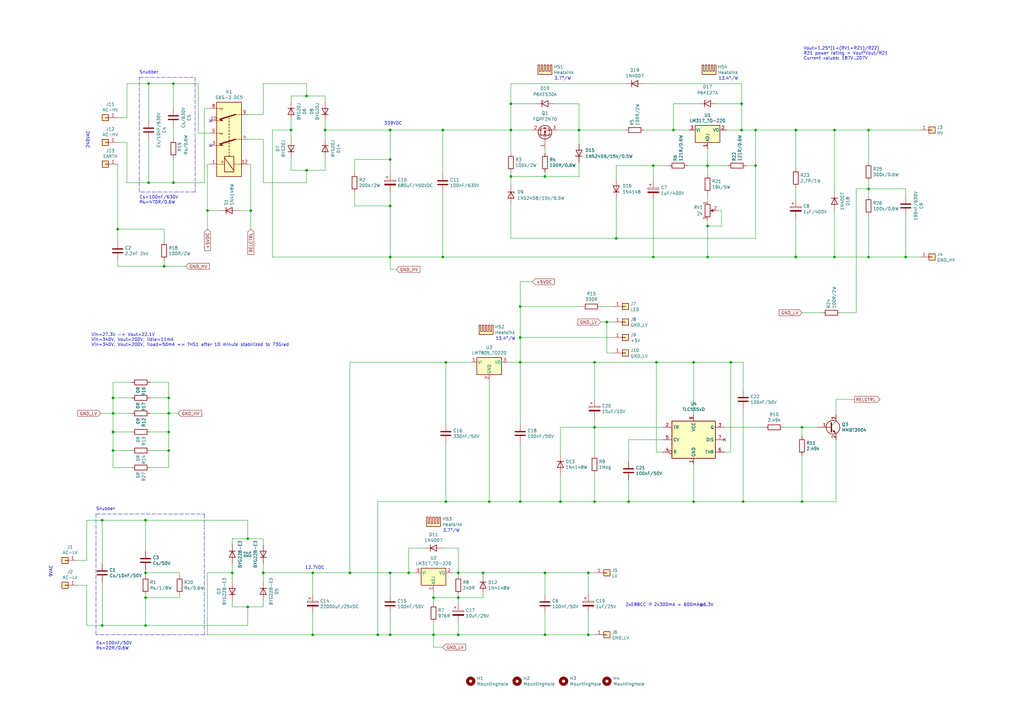
<source format=kicad_sch>
(kicad_sch (version 20211123) (generator eeschema)
  (paper "A3")
  (title_block (title "HV Power Supply LM317 Maida") (date "2022-10-05") (rev "3"))
  (junction (at 213.36 138.43))
  (junction (at 290.195 67.945))
  (junction (at 269.24 148.59))
  (junction (at 198.12 234.95))
  (junction (at 213.36 148.59))
  (junction (at 299.72 148.59))
  (junction (at 182.88 205.74))
  (junction (at 154.94 260.35))
  (junction (at 48.26 93.98))
  (junction (at 59.69 256.54))
  (junction (at 229.87 205.74))
  (junction (at 304.165 53.34))
  (junction (at 276.225 53.34))
  (junction (at 243.84 205.74))
  (junction (at 59.69 245.11))
  (junction (at 101.6 248.92))
  (junction (at 177.8 260.35))
  (junction (at 46.355 184.785))
  (junction (at 290.195 92.71))
  (junction (at 181.61 105.41))
  (junction (at 342.265 53.34))
  (junction (at 326.39 105.41))
  (junction (at 309.88 67.945))
  (junction (at 69.215 163.195))
  (junction (at 128.27 234.95))
  (junction (at 160.02 260.35))
  (junction (at 257.81 205.74))
  (junction (at 160.02 105.41))
  (junction (at 46.355 169.545))
  (junction (at 167.64 234.95))
  (junction (at 102.87 86.36))
  (junction (at 59.69 213.36))
  (junction (at 160.02 65.405))
  (junction (at 223.52 72.39))
  (junction (at 187.96 260.35))
  (junction (at 252.73 97.79))
  (junction (at 69.215 184.785))
  (junction (at 223.52 234.95))
  (junction (at 125.73 39.37))
  (junction (at 187.96 234.95))
  (junction (at 125.73 69.85))
  (junction (at 160.02 84.455))
  (junction (at 243.84 175.26))
  (junction (at 304.8 205.74))
  (junction (at 248.92 132.08))
  (junction (at 187.96 245.11))
  (junction (at 41.91 256.54))
  (junction (at 71.12 34.29))
  (junction (at 241.3 234.95))
  (junction (at 160.02 234.95))
  (junction (at 371.475 105.41))
  (junction (at 69.215 177.165))
  (junction (at 128.27 260.35))
  (junction (at 243.84 148.59))
  (junction (at 213.36 205.74))
  (junction (at 241.3 260.35))
  (junction (at 284.48 205.74))
  (junction (at 160.02 53.34))
  (junction (at 342.265 105.41))
  (junction (at 213.36 125.73))
  (junction (at 181.61 53.34))
  (junction (at 209.55 72.39))
  (junction (at 328.93 205.74))
  (junction (at 143.51 234.95))
  (junction (at 101.6 220.98))
  (junction (at 356.235 105.41))
  (junction (at 223.52 260.35))
  (junction (at 46.355 163.195))
  (junction (at 46.355 177.165))
  (junction (at 182.88 148.59))
  (junction (at 107.95 234.95))
  (junction (at 326.39 53.34))
  (junction (at 328.93 175.26))
  (junction (at 267.97 67.945))
  (junction (at 69.215 169.545))
  (junction (at 309.88 53.34))
  (junction (at 267.97 105.41))
  (junction (at 133.35 53.34))
  (junction (at 177.8 245.11))
  (junction (at 200.66 205.74))
  (junction (at 237.49 53.34))
  (junction (at 119.38 53.34))
  (junction (at 41.91 213.36))
  (junction (at 60.96 74.93))
  (junction (at 284.48 148.59))
  (junction (at 209.55 42.545))
  (junction (at 209.55 53.34))
  (junction (at 304.165 42.545))
  (junction (at 59.69 234.95))
  (junction (at 60.96 34.29))
  (junction (at 95.25 234.95))
  (junction (at 356.235 77.47))
  (junction (at 85.09 86.36))
  (junction (at 71.12 74.93))
  (junction (at 67.31 109.22))
  (junction (at 356.235 53.34))
  (junction (at 290.195 105.41))
  (no_connect (at 297.18 180.34))
  (no_connect (at 86.36 49.53))
  (no_connect (at 86.36 59.69))
  (wire (pts (xy 356.235 74.295) (xy 356.235 77.47)))
  (wire (pts (xy 101.6 256.54) (xy 101.6 248.92)))
  (wire (pts (xy 95.25 220.98) (xy 101.6 220.98)))
  (wire (pts (xy 309.88 67.945) (xy 306.07 67.945)))
  (wire (pts (xy 351.155 77.47) (xy 356.235 77.47)))
  (wire (pts (xy 237.49 59.055) (xy 237.49 53.34)))
  (wire (pts (xy 371.475 105.41) (xy 377.19 105.41)))
  (polyline (pts (xy 39.37 260.35) (xy 39.37 210.82)))
  (wire (pts (xy 276.225 42.545) (xy 276.225 53.34)))
  (wire (pts (xy 290.195 67.945) (xy 298.45 67.945)))
  (wire (pts (xy 60.96 57.15) (xy 60.96 74.93)))
  (wire (pts (xy 252.73 67.945) (xy 267.97 67.945)))
  (wire (pts (xy 71.12 74.93) (xy 60.96 74.93)))
  (wire (pts (xy 342.9 180.34) (xy 342.9 205.74)))
  (wire (pts (xy 107.95 46.99) (xy 107.95 34.29)))
  (wire (pts (xy 297.18 185.42) (xy 299.72 185.42)))
  (wire (pts (xy 187.96 224.79) (xy 181.61 224.79)))
  (wire (pts (xy 177.8 260.35) (xy 177.8 255.27)))
  (wire (pts (xy 128.27 260.35) (xy 128.27 251.46)))
  (wire (pts (xy 213.36 115.57) (xy 213.36 125.73)))
  (wire (pts (xy 76.2 109.22) (xy 67.31 109.22)))
  (wire (pts (xy 328.93 205.74) (xy 304.8 205.74)))
  (wire (pts (xy 61.595 169.545) (xy 69.215 169.545)))
  (wire (pts (xy 243.84 205.74) (xy 243.84 194.31)))
  (wire (pts (xy 48.26 58.42) (xy 52.07 58.42)))
  (wire (pts (xy 95.25 231.14) (xy 95.25 234.95)))
  (wire (pts (xy 35.56 256.54) (xy 41.91 256.54)))
  (wire (pts (xy 31.75 240.03) (xy 35.56 240.03)))
  (wire (pts (xy 223.52 234.95) (xy 241.3 234.95)))
  (wire (pts (xy 297.815 53.34) (xy 304.165 53.34)))
  (wire (pts (xy 154.94 260.35) (xy 154.94 205.74)))
  (wire (pts (xy 41.275 169.545) (xy 46.355 169.545)))
  (wire (pts (xy 241.3 251.46) (xy 241.3 260.35)))
  (wire (pts (xy 304.165 42.545) (xy 304.165 53.34)))
  (polyline (pts (xy 57.15 78.74) (xy 57.15 31.75)))
  (wire (pts (xy 309.88 53.34) (xy 309.88 67.945)))
  (wire (pts (xy 229.87 205.74) (xy 213.36 205.74)))
  (wire (pts (xy 294.005 42.545) (xy 304.165 42.545)))
  (wire (pts (xy 177.8 245.11) (xy 187.96 245.11)))
  (wire (pts (xy 59.69 233.68) (xy 59.69 234.95)))
  (wire (pts (xy 237.49 53.34) (xy 228.6 53.34)))
  (wire (pts (xy 69.215 169.545) (xy 69.215 177.165)))
  (wire (pts (xy 85.09 260.35) (xy 85.09 234.95)))
  (wire (pts (xy 128.27 243.84) (xy 128.27 234.95)))
  (wire (pts (xy 160.02 260.35) (xy 177.8 260.35)))
  (wire (pts (xy 252.73 81.28) (xy 252.73 97.79)))
  (wire (pts (xy 71.12 64.77) (xy 71.12 74.93)))
  (wire (pts (xy 67.31 109.22) (xy 48.26 109.22)))
  (wire (pts (xy 160.02 105.41) (xy 181.61 105.41)))
  (wire (pts (xy 73.66 234.95) (xy 73.66 236.22)))
  (wire (pts (xy 71.12 34.29) (xy 81.28 34.29)))
  (wire (pts (xy 133.35 69.85) (xy 133.35 64.77)))
  (wire (pts (xy 237.49 72.39) (xy 223.52 72.39)))
  (wire (pts (xy 342.9 163.83) (xy 342.9 170.18)))
  (wire (pts (xy 35.56 213.36) (xy 41.91 213.36)))
  (wire (pts (xy 342.265 53.34) (xy 356.235 53.34)))
  (wire (pts (xy 160.02 110.49) (xy 160.02 105.41)))
  (wire (pts (xy 237.49 53.34) (xy 256.54 53.34)))
  (wire (pts (xy 71.12 52.07) (xy 71.12 57.15)))
  (wire (pts (xy 143.51 234.95) (xy 160.02 234.95)))
  (wire (pts (xy 304.8 167.64) (xy 304.8 205.74)))
  (wire (pts (xy 243.84 260.35) (xy 241.3 260.35)))
  (wire (pts (xy 209.55 34.29) (xy 209.55 42.545)))
  (wire (pts (xy 290.195 79.375) (xy 290.195 82.55)))
  (wire (pts (xy 81.28 34.29) (xy 81.28 54.61)))
  (wire (pts (xy 213.36 125.73) (xy 213.36 138.43)))
  (wire (pts (xy 53.975 156.845) (xy 46.355 156.845)))
  (wire (pts (xy 243.84 175.26) (xy 229.87 175.26)))
  (wire (pts (xy 309.88 53.34) (xy 326.39 53.34)))
  (wire (pts (xy 251.46 138.43) (xy 213.36 138.43)))
  (wire (pts (xy 181.61 265.43) (xy 177.8 265.43)))
  (wire (pts (xy 177.8 260.35) (xy 187.96 260.35)))
  (wire (pts (xy 218.44 115.57) (xy 213.36 115.57)))
  (wire (pts (xy 187.96 243.84) (xy 187.96 245.11)))
  (wire (pts (xy 101.6 220.98) (xy 107.95 220.98)))
  (wire (pts (xy 304.8 205.74) (xy 284.48 205.74)))
  (wire (pts (xy 223.52 243.84) (xy 223.52 234.95)))
  (wire (pts (xy 69.215 169.545) (xy 73.025 169.545)))
  (wire (pts (xy 119.38 69.85) (xy 125.73 69.85)))
  (wire (pts (xy 187.96 234.95) (xy 187.96 224.79)))
  (wire (pts (xy 213.36 138.43) (xy 213.36 148.59)))
  (wire (pts (xy 181.61 78.74) (xy 181.61 105.41)))
  (wire (pts (xy 46.355 156.845) (xy 46.355 163.195)))
  (wire (pts (xy 243.84 175.26) (xy 243.84 171.45)))
  (wire (pts (xy 243.84 175.26) (xy 243.84 186.69)))
  (wire (pts (xy 187.96 234.95) (xy 198.12 234.95)))
  (wire (pts (xy 128.27 260.35) (xy 154.94 260.35)))
  (wire (pts (xy 145.415 84.455) (xy 145.415 78.74)))
  (wire (pts (xy 53.975 191.77) (xy 46.355 191.77)))
  (wire (pts (xy 61.595 191.77) (xy 69.215 191.77)))
  (wire (pts (xy 111.76 53.34) (xy 111.76 105.41)))
  (wire (pts (xy 128.27 260.35) (xy 85.09 260.35)))
  (wire (pts (xy 248.92 132.08) (xy 251.46 132.08)))
  (wire (pts (xy 246.38 132.08) (xy 248.92 132.08)))
  (polyline (pts (xy 57.15 31.75) (xy 80.01 31.75)))
  (wire (pts (xy 237.49 53.34) (xy 237.49 42.545)))
  (wire (pts (xy 223.52 251.46) (xy 223.52 260.35)))
  (wire (pts (xy 52.07 58.42) (xy 52.07 74.93)))
  (wire (pts (xy 326.39 105.41) (xy 342.265 105.41)))
  (wire (pts (xy 31.75 229.87) (xy 35.56 229.87)))
  (wire (pts (xy 182.88 148.59) (xy 182.88 173.99)))
  (wire (pts (xy 309.88 67.945) (xy 309.88 97.79)))
  (wire (pts (xy 107.95 220.98) (xy 107.95 223.52)))
  (wire (pts (xy 182.88 181.61) (xy 182.88 205.74)))
  (wire (pts (xy 181.61 53.34) (xy 209.55 53.34)))
  (wire (pts (xy 182.88 148.59) (xy 143.51 148.59)))
  (wire (pts (xy 187.96 260.35) (xy 223.52 260.35)))
  (wire (pts (xy 162.56 110.49) (xy 160.02 110.49)))
  (wire (pts (xy 133.35 53.34) (xy 133.35 57.15)))
  (wire (pts (xy 119.38 53.34) (xy 119.38 49.53)))
  (wire (pts (xy 284.48 205.74) (xy 257.81 205.74)))
  (wire (pts (xy 284.48 148.59) (xy 269.24 148.59)))
  (wire (pts (xy 351.155 128.27) (xy 351.155 77.47)))
  (wire (pts (xy 326.39 53.34) (xy 342.265 53.34)))
  (wire (pts (xy 200.66 156.21) (xy 200.66 205.74)))
  (wire (pts (xy 48.26 93.98) (xy 48.26 99.06)))
  (wire (pts (xy 125.73 39.37) (xy 133.35 39.37)))
  (wire (pts (xy 290.195 67.945) (xy 290.195 71.755)))
  (wire (pts (xy 48.26 67.31) (xy 48.26 93.98)))
  (wire (pts (xy 209.55 53.34) (xy 209.55 62.865)))
  (wire (pts (xy 342.265 86.36) (xy 342.265 105.41)))
  (wire (pts (xy 243.84 205.74) (xy 229.87 205.74)))
  (wire (pts (xy 177.8 245.11) (xy 177.8 242.57)))
  (wire (pts (xy 69.215 184.785) (xy 61.595 184.785)))
  (wire (pts (xy 46.355 169.545) (xy 46.355 177.165)))
  (wire (pts (xy 107.95 34.29) (xy 125.73 34.29)))
  (wire (pts (xy 281.94 67.945) (xy 290.195 67.945)))
  (wire (pts (xy 309.88 97.79) (xy 252.73 97.79)))
  (wire (pts (xy 160.02 53.34) (xy 181.61 53.34)))
  (wire (pts (xy 299.72 148.59) (xy 284.48 148.59)))
  (wire (pts (xy 53.975 169.545) (xy 46.355 169.545)))
  (wire (pts (xy 304.8 160.02) (xy 304.8 148.59)))
  (wire (pts (xy 344.805 128.27) (xy 351.155 128.27)))
  (wire (pts (xy 60.96 34.29) (xy 60.96 49.53)))
  (wire (pts (xy 160.02 71.12) (xy 160.02 65.405)))
  (wire (pts (xy 328.93 175.26) (xy 321.31 175.26)))
  (wire (pts (xy 145.415 65.405) (xy 160.02 65.405)))
  (wire (pts (xy 295.91 86.36) (xy 295.91 92.71)))
  (wire (pts (xy 59.69 243.84) (xy 59.69 245.11)))
  (wire (pts (xy 41.91 256.54) (xy 41.91 238.76)))
  (wire (pts (xy 290.195 90.17) (xy 290.195 92.71)))
  (wire (pts (xy 213.36 173.99) (xy 213.36 148.59)))
  (wire (pts (xy 264.16 53.34) (xy 276.225 53.34)))
  (wire (pts (xy 119.38 41.91) (xy 119.38 39.37)))
  (wire (pts (xy 81.28 54.61) (xy 86.36 54.61)))
  (wire (pts (xy 342.265 53.34) (xy 342.265 78.74)))
  (wire (pts (xy 209.55 72.39) (xy 223.52 72.39)))
  (wire (pts (xy 181.61 71.12) (xy 181.61 53.34)))
  (wire (pts (xy 69.215 156.845) (xy 69.215 163.195)))
  (wire (pts (xy 107.95 234.95) (xy 128.27 234.95)))
  (wire (pts (xy 101.6 213.36) (xy 101.6 220.98)))
  (polyline (pts (xy 80.01 78.74) (xy 57.15 78.74)))
  (wire (pts (xy 59.69 213.36) (xy 41.91 213.36)))
  (wire (pts (xy 61.595 156.845) (xy 69.215 156.845)))
  (wire (pts (xy 85.09 67.31) (xy 86.36 67.31)))
  (wire (pts (xy 119.38 57.15) (xy 119.38 53.34)))
  (wire (pts (xy 356.235 53.34) (xy 356.235 66.675)))
  (wire (pts (xy 167.64 224.79) (xy 167.64 234.95)))
  (wire (pts (xy 107.95 234.95) (xy 107.95 238.76)))
  (wire (pts (xy 356.235 105.41) (xy 371.475 105.41)))
  (wire (pts (xy 177.8 265.43) (xy 177.8 260.35)))
  (wire (pts (xy 342.265 105.41) (xy 356.235 105.41)))
  (wire (pts (xy 46.355 184.785) (xy 53.975 184.785)))
  (wire (pts (xy 167.64 234.95) (xy 170.18 234.95)))
  (wire (pts (xy 328.93 128.27) (xy 337.185 128.27)))
  (wire (pts (xy 143.51 148.59) (xy 143.51 234.95)))
  (wire (pts (xy 102.87 67.31) (xy 102.87 86.36)))
  (wire (pts (xy 290.195 67.945) (xy 290.195 60.96)))
  (wire (pts (xy 295.91 92.71) (xy 290.195 92.71)))
  (wire (pts (xy 209.55 53.34) (xy 218.44 53.34)))
  (wire (pts (xy 243.84 148.59) (xy 269.24 148.59)))
  (wire (pts (xy 67.31 99.06) (xy 67.31 93.98)))
  (wire (pts (xy 356.235 77.47) (xy 371.475 77.47)))
  (wire (pts (xy 125.73 74.93) (xy 107.95 74.93)))
  (wire (pts (xy 290.195 105.41) (xy 326.39 105.41)))
  (wire (pts (xy 182.88 205.74) (xy 200.66 205.74)))
  (wire (pts (xy 85.09 86.36) (xy 85.09 67.31)))
  (wire (pts (xy 284.48 170.18) (xy 284.48 148.59)))
  (wire (pts (xy 101.6 67.31) (xy 102.87 67.31)))
  (wire (pts (xy 181.61 105.41) (xy 267.97 105.41)))
  (wire (pts (xy 160.02 78.74) (xy 160.02 84.455)))
  (wire (pts (xy 107.95 57.15) (xy 101.6 57.15)))
  (wire (pts (xy 299.72 185.42) (xy 299.72 148.59)))
  (wire (pts (xy 251.46 144.78) (xy 248.92 144.78)))
  (wire (pts (xy 69.215 177.165) (xy 69.215 184.785)))
  (wire (pts (xy 59.69 256.54) (xy 41.91 256.54)))
  (wire (pts (xy 185.42 234.95) (xy 187.96 234.95)))
  (wire (pts (xy 187.96 236.22) (xy 187.96 234.95)))
  (wire (pts (xy 209.55 42.545) (xy 209.55 53.34)))
  (wire (pts (xy 264.16 34.29) (xy 304.165 34.29)))
  (wire (pts (xy 48.26 48.26) (xy 52.07 48.26)))
  (wire (pts (xy 101.6 46.99) (xy 107.95 46.99)))
  (wire (pts (xy 85.09 234.95) (xy 95.25 234.95)))
  (wire (pts (xy 83.82 44.45) (xy 86.36 44.45)))
  (wire (pts (xy 267.97 105.41) (xy 290.195 105.41)))
  (wire (pts (xy 326.39 69.215) (xy 326.39 53.34)))
  (wire (pts (xy 223.52 260.35) (xy 241.3 260.35)))
  (wire (pts (xy 46.355 177.165) (xy 46.355 184.785)))
  (wire (pts (xy 246.38 125.73) (xy 251.46 125.73)))
  (wire (pts (xy 125.73 69.85) (xy 125.73 74.93)))
  (wire (pts (xy 209.55 70.485) (xy 209.55 72.39)))
  (wire (pts (xy 198.12 234.95) (xy 198.12 236.22)))
  (wire (pts (xy 67.31 93.98) (xy 48.26 93.98)))
  (wire (pts (xy 326.39 89.535) (xy 326.39 105.41)))
  (wire (pts (xy 198.12 243.84) (xy 198.12 245.11)))
  (wire (pts (xy 267.97 67.945) (xy 267.97 74.295)))
  (wire (pts (xy 256.54 34.29) (xy 209.55 34.29)))
  (wire (pts (xy 59.69 226.06) (xy 59.69 213.36)))
  (wire (pts (xy 95.25 234.95) (xy 95.25 238.76)))
  (wire (pts (xy 342.9 205.74) (xy 328.93 205.74)))
  (wire (pts (xy 290.195 92.71) (xy 290.195 105.41)))
  (wire (pts (xy 119.38 39.37) (xy 125.73 39.37)))
  (wire (pts (xy 133.35 53.34) (xy 160.02 53.34)))
  (wire (pts (xy 35.56 229.87) (xy 35.56 213.36)))
  (wire (pts (xy 71.12 34.29) (xy 71.12 44.45)))
  (wire (pts (xy 177.8 247.65) (xy 177.8 245.11)))
  (wire (pts (xy 356.235 53.34) (xy 377.19 53.34)))
  (wire (pts (xy 267.97 67.945) (xy 274.32 67.945)))
  (wire (pts (xy 328.93 186.69) (xy 328.93 205.74)))
  (wire (pts (xy 46.355 191.77) (xy 46.355 184.785)))
  (wire (pts (xy 52.07 34.29) (xy 60.96 34.29)))
  (wire (pts (xy 271.78 175.26) (xy 243.84 175.26)))
  (wire (pts (xy 227.33 42.545) (xy 237.49 42.545)))
  (wire (pts (xy 102.87 86.36) (xy 97.79 86.36)))
  (wire (pts (xy 160.02 260.35) (xy 160.02 251.46)))
  (wire (pts (xy 200.66 205.74) (xy 213.36 205.74)))
  (wire (pts (xy 304.8 148.59) (xy 299.72 148.59)))
  (wire (pts (xy 107.95 231.14) (xy 107.95 234.95)))
  (wire (pts (xy 252.73 67.945) (xy 252.73 73.66)))
  (wire (pts (xy 95.25 248.92) (xy 95.25 246.38)))
  (wire (pts (xy 198.12 245.11) (xy 187.96 245.11)))
  (wire (pts (xy 48.26 109.22) (xy 48.26 106.68)))
  (wire (pts (xy 160.02 105.41) (xy 111.76 105.41)))
  (wire (pts (xy 73.66 245.11) (xy 59.69 245.11)))
  (wire (pts (xy 59.69 245.11) (xy 59.69 256.54)))
  (wire (pts (xy 107.95 74.93) (xy 107.95 57.15)))
  (wire (pts (xy 35.56 240.03) (xy 35.56 256.54)))
  (wire (pts (xy 229.87 175.26) (xy 229.87 186.69)))
  (wire (pts (xy 335.28 175.26) (xy 328.93 175.26)))
  (wire (pts (xy 69.215 169.545) (xy 69.215 163.195)))
  (wire (pts (xy 269.24 185.42) (xy 269.24 148.59)))
  (wire (pts (xy 59.69 256.54) (xy 101.6 256.54)))
  (polyline (pts (xy 83.82 260.35) (xy 39.37 260.35)))
  (wire (pts (xy 257.81 205.74) (xy 243.84 205.74)))
  (polyline (pts (xy 83.82 210.82) (xy 83.82 260.35)))
  (wire (pts (xy 101.6 213.36) (xy 59.69 213.36)))
  (wire (pts (xy 229.87 205.74) (xy 229.87 194.31)))
  (wire (pts (xy 223.52 70.485) (xy 223.52 72.39)))
  (wire (pts (xy 198.12 234.95) (xy 223.52 234.95)))
  (wire (pts (xy 133.35 39.37) (xy 133.35 41.91)))
  (wire (pts (xy 52.07 74.93) (xy 60.96 74.93)))
  (wire (pts (xy 145.415 84.455) (xy 160.02 84.455)))
  (wire (pts (xy 102.87 93.98) (xy 102.87 86.36)))
  (wire (pts (xy 356.235 77.47) (xy 356.235 80.645)))
  (wire (pts (xy 71.12 74.93) (xy 83.82 74.93)))
  (wire (pts (xy 209.55 42.545) (xy 219.71 42.545)))
  (wire (pts (xy 154.94 205.74) (xy 182.88 205.74)))
  (wire (pts (xy 271.78 180.34) (xy 257.81 180.34)))
  (wire (pts (xy 95.25 220.98) (xy 95.25 223.52)))
  (wire (pts (xy 41.91 213.36) (xy 41.91 231.14)))
  (polyline (pts (xy 80.01 31.75) (xy 80.01 78.74)))
  (wire (pts (xy 241.3 234.95) (xy 243.84 234.95)))
  (wire (pts (xy 46.355 163.195) (xy 46.355 169.545)))
  (wire (pts (xy 237.49 66.675) (xy 237.49 72.39)))
  (wire (pts (xy 213.36 148.59) (xy 243.84 148.59)))
  (wire (pts (xy 125.73 39.37) (xy 125.73 34.29)))
  (wire (pts (xy 304.165 53.34) (xy 309.88 53.34)))
  (wire (pts (xy 119.38 64.77) (xy 119.38 69.85)))
  (wire (pts (xy 128.27 234.95) (xy 143.51 234.95)))
  (polyline (pts (xy 39.37 210.82) (xy 83.82 210.82)))
  (wire (pts (xy 59.69 236.22) (xy 59.69 234.95)))
  (wire (pts (xy 187.96 260.35) (xy 187.96 255.27)))
  (wire (pts (xy 73.66 243.84) (xy 73.66 245.11)))
  (wire (pts (xy 213.36 125.73) (xy 238.76 125.73)))
  (wire (pts (xy 243.84 163.83) (xy 243.84 148.59)))
  (wire (pts (xy 241.3 243.84) (xy 241.3 234.95)))
  (wire (pts (xy 69.215 163.195) (xy 61.595 163.195)))
  (wire (pts (xy 248.92 144.78) (xy 248.92 132.08)))
  (wire (pts (xy 101.6 248.92) (xy 107.95 248.92)))
  (wire (pts (xy 160.02 243.84) (xy 160.02 234.95)))
  (wire (pts (xy 209.55 72.39) (xy 209.55 76.2)))
  (wire (pts (xy 187.96 245.11) (xy 187.96 247.65)))
  (wire (pts (xy 252.73 97.79) (xy 209.55 97.79)))
  (wire (pts (xy 356.235 88.265) (xy 356.235 105.41)))
  (wire (pts (xy 133.35 49.53) (xy 133.35 53.34)))
  (wire (pts (xy 267.97 81.915) (xy 267.97 105.41)))
  (wire (pts (xy 59.69 234.95) (xy 73.66 234.95)))
  (wire (pts (xy 95.25 248.92) (xy 101.6 248.92)))
  (wire (pts (xy 160.02 234.95) (xy 167.64 234.95)))
  (wire (pts (xy 154.94 260.35) (xy 160.02 260.35)))
  (wire (pts (xy 213.36 205.74) (xy 213.36 181.61)))
  (wire (pts (xy 145.415 71.12) (xy 145.415 65.405)))
  (wire (pts (xy 53.975 177.165) (xy 46.355 177.165)))
  (wire (pts (xy 125.73 69.85) (xy 133.35 69.85)))
  (wire (pts (xy 85.09 86.36) (xy 90.17 86.36)))
  (wire (pts (xy 107.95 246.38) (xy 107.95 248.92)))
  (wire (pts (xy 271.78 185.42) (xy 269.24 185.42)))
  (wire (pts (xy 223.52 60.96) (xy 223.52 62.865)))
  (wire (pts (xy 83.82 74.93) (xy 83.82 44.45)))
  (wire (pts (xy 53.975 163.195) (xy 46.355 163.195)))
  (wire (pts (xy 350.52 163.83) (xy 342.9 163.83)))
  (wire (pts (xy 371.475 88.265) (xy 371.475 105.41)))
  (wire (pts (xy 209.55 83.82) (xy 209.55 97.79)))
  (wire (pts (xy 284.48 190.5) (xy 284.48 205.74)))
  (wire (pts (xy 257.81 180.34) (xy 257.81 189.23)))
  (wire (pts (xy 69.215 191.77) (xy 69.215 184.785)))
  (wire (pts (xy 61.595 177.165) (xy 69.215 177.165)))
  (wire (pts (xy 160.02 84.455) (xy 160.02 105.41)))
  (wire (pts (xy 257.81 205.74) (xy 257.81 196.85)))
  (wire (pts (xy 328.93 179.07) (xy 328.93 175.26)))
  (wire (pts (xy 85.09 93.98) (xy 85.09 86.36)))
  (wire (pts (xy 297.18 175.26) (xy 313.69 175.26)))
  (wire (pts (xy 67.31 106.68) (xy 67.31 109.22)))
  (wire (pts (xy 193.04 148.59) (xy 182.88 148.59)))
  (wire (pts (xy 326.39 76.835) (xy 326.39 81.915)))
  (wire (pts (xy 71.12 34.29) (xy 60.96 34.29)))
  (wire (pts (xy 119.38 53.34) (xy 111.76 53.34)))
  (wire (pts (xy 294.005 86.36) (xy 295.91 86.36)))
  (wire (pts (xy 160.02 65.405) (xy 160.02 53.34)))
  (wire (pts (xy 371.475 80.645) (xy 371.475 77.47)))
  (wire (pts (xy 276.225 53.34) (xy 282.575 53.34)))
  (wire (pts (xy 173.99 224.79) (xy 167.64 224.79)))
  (wire (pts (xy 304.165 34.29) (xy 304.165 42.545)))
  (wire (pts (xy 208.28 148.59) (xy 213.36 148.59)))
  (wire (pts (xy 276.225 42.545) (xy 286.385 42.545)))
  (wire (pts (xy 52.07 48.26) (xy 52.07 34.29)))
  (text "13,4°/W" (at 294.64 33.02 0) (effects (font (size 1.27 1.27)) (justify left bottom)))
  (text "Snubber" (at 39.37 209.55 0) (effects (font (size 1.27 1.27)) (justify left bottom)))
  (text "9VAC" (at 21.59 236.855 90) (effects (font (size 1.27 1.27)) (justify left bottom)))
  (text "Cs=100nF/630V\nRs=470R/0.6W" (at 57.15 83.82 0) (effects (font (size 1.27 1.27)) (justify left bottom)))
  (text "Snubber" (at 57.15 30.48 0) (effects (font (size 1.27 1.27)) (justify left bottom)))
  (text "13,4°/W" (at 203.2 139.7 0) (effects (font (size 1.27 1.27)) (justify left bottom)))
  (text "3.7°/W" (at 227.33 33.02 0) (effects (font (size 1.27 1.27)) (justify left bottom)))
  (text "Vin=27.3V -> Vout=22.1V\nVin=340V, Vout=200V, Iidle=11mA\nVin=340V, Vout=200V, Iload=50mA => THS1 after 10 minute stabilized to 73Grad" (at 37.465 142.24 0) (effects (font (size 1.27 1.27)) (justify left bottom)))
  (text "12.7VDC" (at 125.095 233.68 0) (effects (font (size 1.27 1.27)) (justify left bottom)))
  (text "2xE88CC If 2x300mA = 600mA@6.3V" (at 256.54 248.92 0) (effects (font (size 1.27 1.27)) (justify left bottom)))
  (text "Vout=1.25*(1+(RV1+R21)/R22)\nR21 power rating > Vout*Vout/R21\nCurrent values: 187V..207V" (at 329.565 24.765 0) (effects (font (size 1.27 1.27)) (justify left bottom)))
  (text "339VDC" (at 157.48 51.435 0) (effects (font (size 1.27 1.27)) (justify left bottom)))
  (text "Cs=100nF/50V\nRs=22R/0.6W" (at 39.37 266.7 0) (effects (font (size 1.27 1.27)) (justify left bottom)))
  (text "240VAC" (at 36.83 60.96 90) (effects (font (size 1.27 1.27)) (justify left bottom)))
  (text "3.7°/W" (at 181.61 218.44 0) (effects (font (size 1.27 1.27)) (justify left bottom)))
  (global_label "RELCTRL" (shape input) (at 102.87 93.98 270) (property "Intersheet References" "${INTERSHEET_REFS}" (effects hide)))
  (global_label "+5VDC" (shape input) (at 218.44 115.57 0) (property "Intersheet References" "${INTERSHEET_REFS}" (effects hide)))
  (global_label "GND_LV" (shape input) (at 181.61 265.43 0) (property "Intersheet References" "${INTERSHEET_REFS}" (effects hide)))
  (global_label "+5VDC" (shape input) (at 85.09 93.98 270) (property "Intersheet References" "${INTERSHEET_REFS}" (effects hide)))
  (global_label "GND_HV" (shape input) (at 162.56 110.49 0) (property "Intersheet References" "${INTERSHEET_REFS}" (effects hide)))
  (global_label "GND_LV" (shape input) (at 41.275 169.545 180) (property "Intersheet References" "${INTERSHEET_REFS}" (effects hide)))
  (global_label "RELCTRL" (shape output) (at 350.52 163.83 0) (property "Intersheet References" "${INTERSHEET_REFS}" (effects hide)))
  (global_label "GND_HV" (shape input) (at 76.2 109.22 0) (property "Intersheet References" "${INTERSHEET_REFS}" (effects hide)))
  (global_label "GND_LV" (shape input) (at 246.38 132.08 180) (property "Intersheet References" "${INTERSHEET_REFS}" (effects hide)))
  (global_label "GND_HV" (shape input) (at 73.025 169.545 0) (property "Intersheet References" "${INTERSHEET_REFS}" (effects hide)))
  (global_label "GND_LV" (shape input) (at 328.93 128.27 180) (property "Intersheet References" "${INTERSHEET_REFS}" (effects hide)))
  (symbol (lib_id "Mechanical:MountingHole") (at 212.09 279.4 0) (unit 1)
    (property "Reference" "H2" (at 214.63 278.2316 0) (effects (justify left)))
    (property "Value" "MountingHole" (at 214.63 280.543 0) (effects (justify left)))
    (property "Footprint" "MountingHole:MountingHole_3.2mm_M3" (effects hide))
  )
  (symbol (lib_id "Mechanical:MountingHole") (at 231.14 279.4 0) (unit 1)
    (property "Reference" "H3" (at 233.68 278.2316 0) (effects (justify left)))
    (property "Value" "MountingHole" (at 233.68 280.543 0) (effects (justify left)))
    (property "Footprint" "MountingHole:MountingHole_3.2mm_M3" (effects hide))
  )
  (symbol (lib_id "Mechanical:MountingHole") (at 193.04 279.4 0) (unit 1)
    (property "Reference" "H1" (at 195.58 278.2316 0) (effects (justify left)))
    (property "Value" "MountingHole" (at 195.58 280.543 0) (effects (justify left)))
    (property "Footprint" "MountingHole:MountingHole_3.2mm_M3" (effects hide))
  )
  (symbol (lib_id "Mechanical:MountingHole") (at 248.92 279.4 0) (unit 1)
    (property "Reference" "H4" (at 251.46 278.2316 0) (effects (justify left)))
    (property "Value" "MountingHole" (at 251.46 280.543 0) (effects (justify left)))
    (property "Footprint" "MountingHole:MountingHole_3.2mm_M3" (effects hide))
  )
  (symbol (lib_id "Connector_Generic:Conn_01x01") (at 382.27 53.34 0) (unit 1)
    (property "Reference" "J3" (at 384.302 52.2732 0) (effects (justify left)))
    (property "Value" "HV" (at 384.302 54.5846 0) (effects (justify left)))
    (property "Footprint" "Connector_Pin:Pin_D1.3mm_L11.0mm" (effects hide))
  )
  (symbol (lib_id "Device:C_Polarized") (at 160.02 74.93 0) (unit 1)
    (property "Reference" "C10" (at 163.0172 73.7616 0) (effects (justify left)))
    (property "Value" "680uF/450VDC" (at 163.0172 76.073 0) (effects (justify left)))
    (property "Footprint" "Capacitor_THT:CP_Radial_D35.0mm_P10.00mm_SnapIn" (effects hide))
  )
  (symbol (lib_id "Device:C") (at 181.61 74.93 0) (unit 1)
    (property "Reference" "C11" (at 184.531 73.7616 0) (effects (justify left)))
    (property "Value" "100nF/630V" (at 184.531 76.073 0) (effects (justify left)))
    (property "Footprint" "Capacitor_THT:C_Rect_L18.0mm_W5.0mm_P15.00mm_FKS3_FKP3" (effects hide))
  )
  (symbol (lib_id "Device:R") (at 57.785 163.195 270) (unit 1)
    (property "Reference" "R17" (at 58.9534 164.973 0) (effects (justify left)))
    (property "Value" "0R" (at 56.642 164.973 0) (effects (justify left)))
    (property "Footprint" "Resistor_SMD:R_1206_3216Metric_Pad1.30x1.75mm_HandSolder" (effects hide))
  )
  (symbol (lib_id "Device:R") (at 57.785 156.845 270) (unit 1)
    (property "Reference" "R16" (at 58.9534 158.623 0) (effects (justify left)))
    (property "Value" "0R" (at 56.642 158.623 0) (effects (justify left)))
    (property "Footprint" "Resistor_SMD:R_1206_3216Metric_Pad1.30x1.75mm_HandSolder" (effects hide))
  )
  (symbol (lib_id "Device:C_Polarized") (at 128.27 247.65 0) (unit 1)
    (property "Reference" "C14" (at 131.2672 246.4816 0) (effects (justify left)))
    (property "Value" "22000uF/25VDC" (at 131.2672 248.793 0) (effects (justify left)))
    (property "Footprint" "Capacitor_THT:CP_Radial_D35.0mm_P10.00mm_SnapIn" (effects hide))
  )
  (symbol (lib_id "Regulator_Linear:LM317_TO-220") (at 177.8 234.95 0) (unit 1)
    (property "Reference" "U2" (at 177.8 228.8032 0))
    (property "Value" "LM317_TO-220" (at 177.8 231.1146 0))
    (property "Footprint" "Package_TO_SOT_THT:TO-220-3_Vertical" (effects hide))
    (property "Datasheet" "http://www.ti.com/lit/ds/symlink/lm317.pdf" (effects hide))
  )
  (symbol (lib_id "Device:C") (at 160.02 247.65 0) (unit 1)
    (property "Reference" "C15" (at 162.941 246.4816 0) (effects (justify left)))
    (property "Value" "100nF/50V" (at 162.941 248.793 0) (effects (justify left)))
    (property "Footprint" "Capacitor_SMD:C_0805_2012Metric_Pad1.18x1.45mm_HandSolder" (effects hide))
  )
  (symbol (lib_id "Device:R") (at 177.8 251.46 0) (unit 1)
    (property "Reference" "R7" (at 179.578 250.2916 0) (effects (justify left)))
    (property "Value" "976R" (at 179.578 252.603 0) (effects (justify left)))
    (property "Footprint" "Resistor_SMD:R_0805_2012Metric_Pad1.20x1.40mm_HandSolder" (effects hide))
  )
  (symbol (lib_id "Device:R") (at 187.96 240.03 0) (unit 1)
    (property "Reference" "R8" (at 189.738 238.8616 0) (effects (justify left)))
    (property "Value" "240R" (at 189.738 241.173 0) (effects (justify left)))
    (property "Footprint" "Resistor_SMD:R_0805_2012Metric_Pad1.20x1.40mm_HandSolder" (effects hide))
  )
  (symbol (lib_id "Diode:1N4007") (at 177.8 224.79 0) (unit 1)
    (property "Reference" "D11" (at 177.8 219.2782 0))
    (property "Value" "1N4007" (at 177.8 221.5896 0))
    (property "Footprint" "Diode_SMD:D_SMA_Handsoldering" (effects hide))
    (property "Datasheet" "http://www.vishay.com/docs/88503/1n4001.pdf" (effects hide))
  )
  (symbol (lib_id "Device:C_Polarized") (at 187.96 251.46 0) (unit 1)
    (property "Reference" "C17" (at 190.9572 250.2916 0) (effects (justify left)))
    (property "Value" "10uF/25V" (at 190.9572 252.603 0) (effects (justify left)))
    (property "Footprint" "Capacitor_THT:CP_Radial_D5.0mm_P2.00mm" (effects hide))
  )
  (symbol (lib_id "Diode:1N4007") (at 198.12 240.03 270) (unit 1)
    (property "Reference" "D12" (at 200.152 238.8616 90) (effects (justify left)))
    (property "Value" "1N4148W" (at 200.152 241.173 90) (effects (justify left)))
    (property "Footprint" "Diode_SMD:D_SOD-123" (effects hide))
    (property "Datasheet" "http://www.vishay.com/docs/88503/1n4001.pdf" (effects hide))
  )
  (symbol (lib_id "Connector_Generic:Conn_01x01") (at 382.27 105.41 0) (unit 1)
    (property "Reference" "J4" (at 384.302 104.3432 0) (effects (justify left)))
    (property "Value" "GND_HV" (at 384.302 106.6546 0) (effects (justify left)))
    (property "Footprint" "Connector_Pin:Pin_D1.3mm_L11.0mm" (effects hide))
  )
  (symbol (lib_id "Transistor_BJT:MMBT3904") (at 340.36 175.26 0) (unit 1)
    (property "Reference" "Q3" (at 345.2114 174.0916 0) (effects (justify left)))
    (property "Value" "MMBT3904" (at 345.2114 176.403 0) (effects (justify left)))
    (property "Footprint" "Package_TO_SOT_SMD:SOT-23" (effects hide))
    (property "Datasheet" "https://www.onsemi.com/pub/Collateral/2N3903-D.PDF" (effects hide))
  )
  (symbol (lib_id "Device:R") (at 328.93 182.88 0) (unit 1)
    (property "Reference" "R11" (at 330.708 181.7116 0) (effects (justify left)))
    (property "Value" "2.49k" (at 330.708 184.023 0) (effects (justify left)))
    (property "Footprint" "Resistor_SMD:R_0805_2012Metric_Pad1.20x1.40mm_HandSolder" (effects hide))
  )
  (symbol (lib_id "Device:R") (at 317.5 175.26 270) (unit 1)
    (property "Reference" "R10" (at 317.5 170.0022 90))
    (property "Value" "2.49k" (at 317.5 172.3136 90))
    (property "Footprint" "Resistor_SMD:R_0805_2012Metric_Pad1.20x1.40mm_HandSolder" (effects hide))
  )
  (symbol (lib_id "Timer:TLC555xD") (at 284.48 180.34 0) (unit 1)
    (property "Reference" "U4" (at 284.48 165.5826 0))
    (property "Value" "TLC555xD" (at 284.48 167.894 0))
    (property "Footprint" "Package_SO:SOIC-8_3.9x4.9mm_P1.27mm" (effects hide))
    (property "Datasheet" "http://www.ti.com/lit/ds/symlink/tlc555.pdf" (effects hide))
  )
  (symbol (lib_id "Regulator_Linear:LM7805_TO220") (at 200.66 148.59 0) (unit 1)
    (property "Reference" "U3" (at 200.66 142.4432 0))
    (property "Value" "LM7805_TO220" (at 200.66 144.7546 0))
    (property "Footprint" "Package_TO_SOT_THT:TO-220-3_Vertical" (effects hide))
    (property "Datasheet" "https://www.onsemi.cn/PowerSolutions/document/MC7800-D.PDF" (effects hide))
  )
  (symbol (lib_id "Device:C") (at 304.8 163.83 0) (unit 1)
    (property "Reference" "C22" (at 307.721 162.6616 0) (effects (justify left)))
    (property "Value" "100nF/50V" (at 307.721 164.973 0) (effects (justify left)))
    (property "Footprint" "Capacitor_SMD:C_0805_2012Metric_Pad1.18x1.45mm_HandSolder" (effects hide))
  )
  (symbol (lib_id "Device:C_Polarized") (at 241.3 247.65 0) (unit 1)
    (property "Reference" "C19" (at 244.2972 246.4816 0) (effects (justify left)))
    (property "Value" "1uF/25V" (at 244.2972 248.793 0) (effects (justify left)))
    (property "Footprint" "Capacitor_THT:CP_Radial_D5.0mm_P2.00mm" (effects hide))
  )
  (symbol (lib_id "Connector_Generic:Conn_01x01") (at 248.92 260.35 0) (unit 1)
    (property "Reference" "J6" (at 250.952 259.2832 0) (effects (justify left)))
    (property "Value" "GND_LV" (at 250.952 261.5946 0) (effects (justify left)))
    (property "Footprint" "Connector_Pin:Pin_D1.3mm_L11.0mm" (effects hide))
  )
  (symbol (lib_id "Connector_Generic:Conn_01x01") (at 248.92 234.95 0) (unit 1)
    (property "Reference" "J5" (at 250.952 233.8832 0) (effects (justify left)))
    (property "Value" "LV" (at 250.952 236.1946 0) (effects (justify left)))
    (property "Footprint" "Connector_Pin:Pin_D1.3mm_L11.0mm" (effects hide))
  )
  (symbol (lib_id "Device:C") (at 257.81 193.04 0) (unit 1)
    (property "Reference" "C21" (at 260.731 191.8716 0) (effects (justify left)))
    (property "Value" "100nF/50V" (at 260.731 194.183 0) (effects (justify left)))
    (property "Footprint" "Capacitor_SMD:C_0805_2012Metric_Pad1.18x1.45mm_HandSolder" (effects hide))
  )
  (symbol (lib_id "Device:C_Polarized") (at 243.84 167.64 0) (unit 1)
    (property "Reference" "C20" (at 246.8372 166.4716 0) (effects (justify left)))
    (property "Value" "15uF/10V" (at 246.8372 168.783 0) (effects (justify left)))
    (property "Footprint" "Capacitor_Tantalum_SMD:CP_EIA-3216-12_Kemet-S_Pad1.58x1.35mm_HandSolder" (effects hide))
  )
  (symbol (lib_id "Device:R") (at 243.84 190.5 0) (unit 1)
    (property "Reference" "R9" (at 245.618 189.3316 0) (effects (justify left)))
    (property "Value" "1Meg" (at 245.618 191.643 0) (effects (justify left)))
    (property "Footprint" "Resistor_SMD:R_0805_2012Metric_Pad1.20x1.40mm_HandSolder" (effects hide))
  )
  (symbol (lib_id "Diode:1N4148W") (at 229.87 190.5 270) (unit 1)
    (property "Reference" "D13" (at 231.902 189.3316 90) (effects (justify left)))
    (property "Value" "1N4148W" (at 231.902 191.643 90) (effects (justify left)))
    (property "Footprint" "Diode_SMD:D_SOD-123" (effects hide))
    (property "Datasheet" "https://www.vishay.com/docs/85748/1n4148w.pdf" (effects hide))
  )
  (symbol (lib_id "Device:C") (at 182.88 177.8 0) (unit 1)
    (property "Reference" "C16" (at 185.801 176.6316 0) (effects (justify left)))
    (property "Value" "330nF/50V" (at 185.801 178.943 0) (effects (justify left)))
    (property "Footprint" "Capacitor_SMD:C_0805_2012Metric_Pad1.18x1.45mm_HandSolder" (effects hide))
  )
  (symbol (lib_id "Device:C") (at 213.36 177.8 0) (unit 1)
    (property "Reference" "C18" (at 216.281 176.6316 0) (effects (justify left)))
    (property "Value" "100nF/50V" (at 216.281 178.943 0) (effects (justify left)))
    (property "Footprint" "Capacitor_SMD:C_0805_2012Metric_Pad1.18x1.45mm_HandSolder" (effects hide))
  )
  (symbol (lib_id "Mechanical:Heatsink") (at 177.8 215.9 0) (unit 1)
    (property "Reference" "HS3" (at 181.4068 212.8266 0) (effects (justify left)))
    (property "Value" "Heatsink" (at 181.4068 215.138 0) (effects (justify left)))
    (property "Footprint" "Heatsink:Heatsink_Fischer_SK129-STS_42x25mm_2xDrill2.5mm" (effects hide))
  )
  (symbol (lib_id "Device:R") (at 57.785 169.545 270) (unit 1)
    (property "Reference" "R12" (at 58.9534 171.323 0) (effects (justify left)))
    (property "Value" "0R" (at 56.642 171.323 0) (effects (justify left)))
    (property "Footprint" "Resistor_SMD:R_1206_3216Metric_Pad1.30x1.75mm_HandSolder" (effects hide))
  )
  (symbol (lib_id "Device:R") (at 57.785 177.165 270) (unit 1)
    (property "Reference" "R13" (at 58.9534 178.943 0) (effects (justify left)))
    (property "Value" "0R" (at 56.642 178.943 0) (effects (justify left)))
    (property "Footprint" "Resistor_SMD:R_1206_3216Metric_Pad1.30x1.75mm_HandSolder" (effects hide))
  )
  (symbol (lib_id "Device:R") (at 57.785 184.785 270) (unit 1)
    (property "Reference" "R14" (at 58.9534 186.563 0) (effects (justify left)))
    (property "Value" "0R" (at 56.642 186.563 0) (effects (justify left)))
    (property "Footprint" "Resistor_SMD:R_1206_3216Metric_Pad1.30x1.75mm_HandSolder" (effects hide))
  )
  (symbol (lib_id "Device:R") (at 242.57 125.73 270) (unit 1)
    (property "Reference" "R15" (at 242.57 120.4722 90))
    (property "Value" "330R" (at 242.57 122.7836 90))
    (property "Footprint" "Resistor_SMD:R_0805_2012Metric_Pad1.20x1.40mm_HandSolder" (effects hide))
  )
  (symbol (lib_id "Connector_Generic:Conn_01x01") (at 256.54 132.08 0) (unit 1)
    (property "Reference" "J8" (at 258.572 131.0132 0) (effects (justify left)))
    (property "Value" "GND_LV" (at 258.572 133.3246 0) (effects (justify left)))
    (property "Footprint" "Connector_Pin:Pin_D1.0mm_L10.0mm" (effects hide))
  )
  (symbol (lib_id "Connector_Generic:Conn_01x01") (at 256.54 125.73 0) (unit 1)
    (property "Reference" "J7" (at 258.572 124.6632 0) (effects (justify left)))
    (property "Value" "LED" (at 258.572 126.9746 0) (effects (justify left)))
    (property "Footprint" "Connector_Pin:Pin_D1.0mm_L10.0mm" (effects hide))
  )
  (symbol (lib_id "Connector_Generic:Conn_01x01") (at 256.54 144.78 0) (unit 1)
    (property "Reference" "J10" (at 258.572 143.7132 0) (effects (justify left)))
    (property "Value" "GND_LV" (at 258.572 146.0246 0) (effects (justify left)))
    (property "Footprint" "Connector_Pin:Pin_D1.0mm_L10.0mm" (effects hide))
  )
  (symbol (lib_id "Connector_Generic:Conn_01x01") (at 256.54 138.43 0) (unit 1)
    (property "Reference" "J9" (at 258.572 137.3632 0) (effects (justify left)))
    (property "Value" "+5V" (at 258.572 139.6746 0) (effects (justify left)))
    (property "Footprint" "Connector_Pin:Pin_D1.0mm_L10.0mm" (effects hide))
  )
  (symbol (lib_id "Mechanical:Heatsink") (at 199.39 137.16 0) (unit 1)
    (property "Reference" "HS2" (at 202.9968 134.0866 0) (effects (justify left)))
    (property "Value" "Heatsink" (at 202.9968 136.398 0) (effects (justify left)))
    (property "Footprint" "Heatsink:Heatsink_Fischer_SK104-STC-STIC_35x13mm_2xDrill2.5mm" (effects hide))
  )
  (symbol (lib_id "Diode:1N4007") (at 342.265 82.55 270) (unit 1)
    (property "Reference" "D18" (at 347.7768 82.55 0))
    (property "Value" "1N4007" (at 345.4654 82.55 0))
    (property "Footprint" "Diode_THT:D_DO-41_SOD81_P10.16mm_Horizontal" (effects hide))
    (property "Datasheet" "http://www.vishay.com/docs/88503/1n4001.pdf" (effects hide))
  )
  (symbol (lib_id "Device:D") (at 95.25 227.33 270) (unit 1)
    (property "Reference" "D2" (at 100.7618 227.33 0))
    (property "Value" "BYG22B-E3" (at 98.4504 227.33 0))
    (property "Footprint" "Diode_SMD:D_SMA_Handsoldering" (effects hide))
  )
  (symbol (lib_id "Device:D") (at 95.25 242.57 90) (unit 1)
    (property "Reference" "D3" (at 89.7382 242.57 0))
    (property "Value" "BYG22B-E3" (at 92.0496 242.57 0))
    (property "Footprint" "Diode_SMD:D_SMA_Handsoldering" (effects hide))
  )
  (symbol (lib_id "Device:D") (at 107.95 227.33 90) (unit 1)
    (property "Reference" "D4" (at 102.4382 227.33 0))
    (property "Value" "BYG22B-E3" (at 104.7496 227.33 0))
    (property "Footprint" "Diode_SMD:D_SMA_Handsoldering" (effects hide))
  )
  (symbol (lib_id "Device:D") (at 107.95 242.57 270) (unit 1)
    (property "Reference" "D5" (at 113.4618 242.57 0))
    (property "Value" "BYG22B-E3" (at 111.1504 242.57 0))
    (property "Footprint" "Diode_SMD:D_SMA_Handsoldering" (effects hide))
  )
  (symbol (lib_id "Connector_Generic:Conn_01x01") (at 26.67 229.87 0) (mirror y) (unit 1)
    (property "Reference" "J1" (at 28.7528 224.3582 0))
    (property "Value" "AC-LV" (at 28.7528 226.6696 0))
    (property "Footprint" "Connector_Pin:Pin_D1.3mm_L11.0mm" (effects hide))
  )
  (symbol (lib_id "Connector_Generic:Conn_01x01") (at 26.67 240.03 0) (mirror y) (unit 1)
    (property "Reference" "J2" (at 28.7528 234.5182 0))
    (property "Value" "AC-LV" (at 28.7528 236.8296 0))
    (property "Footprint" "Connector_Pin:Pin_D1.3mm_L11.0mm" (effects hide))
  )
  (symbol (lib_id "Device:C") (at 41.91 234.95 0) (unit 1)
    (property "Reference" "C1" (at 44.831 233.7816 0) (effects (justify left)))
    (property "Value" "Cx/10nF/50V" (at 44.831 236.093 0) (effects (justify left)))
    (property "Footprint" "Capacitor_SMD:C_0805_2012Metric_Pad1.18x1.45mm_HandSolder" (effects hide))
  )
  (symbol (lib_id "Device:C") (at 59.69 229.87 0) (unit 1)
    (property "Reference" "C3" (at 62.611 228.7016 0) (effects (justify left)))
    (property "Value" "Cs/50V" (at 62.611 231.013 0) (effects (justify left)))
    (property "Footprint" "Capacitor_SMD:C_0805_2012Metric_Pad1.18x1.45mm_HandSolder" (effects hide))
  )
  (symbol (lib_id "Device:R") (at 59.69 240.03 0) (unit 1)
    (property "Reference" "R1" (at 61.468 238.8616 0) (effects (justify left)))
    (property "Value" "Rs/1/8W" (at 61.468 241.173 0) (effects (justify left)))
    (property "Footprint" "Resistor_SMD:R_0805_2012Metric_Pad1.20x1.40mm_HandSolder" (effects hide))
  )
  (symbol (lib_id "Device:R") (at 73.66 240.03 0) (unit 1)
    (property "Reference" "R20" (at 75.438 238.8616 0) (effects (justify left)))
    (property "Value" "Rs/0.6W" (at 75.438 241.173 0) (effects (justify left)))
    (property "Footprint" "Resistor_THT:R_Axial_DIN0207_L6.3mm_D2.5mm_P10.16mm_Horizontal" (effects hide))
  )
  (symbol (lib_id "Device:D") (at 133.35 45.72 90) (unit 1)
    (property "Reference" "D8" (at 127.8636 45.72 0))
    (property "Value" "BYG20J" (at 130.175 45.72 0))
    (property "Footprint" "Diode_SMD:D_SMA_Handsoldering" (effects hide))
    (property "Datasheet" "http://www.vishay.com/docs/88503/1n4001.pdf" (effects hide))
  )
  (symbol (lib_id "Device:D") (at 119.38 45.72 270) (unit 1)
    (property "Reference" "D6" (at 124.8664 45.72 0))
    (property "Value" "BYG20J" (at 122.555 45.72 0))
    (property "Footprint" "Diode_SMD:D_SMA_Handsoldering" (effects hide))
    (property "Datasheet" "http://www.vishay.com/docs/88503/1n4001.pdf" (effects hide))
  )
  (symbol (lib_id "Device:D") (at 133.35 60.96 270) (unit 1)
    (property "Reference" "D14" (at 138.8364 60.96 0))
    (property "Value" "BYG20J" (at 136.525 60.96 0))
    (property "Footprint" "Diode_SMD:D_SMA_Handsoldering" (effects hide))
    (property "Datasheet" "http://www.vishay.com/docs/88503/1n4001.pdf" (effects hide))
  )
  (symbol (lib_id "Device:D") (at 119.38 60.96 90) (unit 1)
    (property "Reference" "D7" (at 113.8936 60.96 0))
    (property "Value" "BYG20J" (at 116.205 60.96 0))
    (property "Footprint" "Diode_SMD:D_SMA_Handsoldering" (effects hide))
    (property "Datasheet" "http://www.vishay.com/docs/88503/1n4001.pdf" (effects hide))
  )
  (symbol (lib_id "Device:C") (at 48.26 102.87 0) (unit 1)
    (property "Reference" "C2" (at 51.181 101.7016 0) (effects (justify left)))
    (property "Value" "2.2nF 2kV" (at 51.181 104.013 0) (effects (justify left)))
    (property "Footprint" "Capacitor_THT:C_Rect_L18.0mm_W5.0mm_P15.00mm_FKS3_FKP3" (effects hide))
  )
  (symbol (lib_id "Device:R") (at 67.31 102.87 0) (unit 1)
    (property "Reference" "R18" (at 69.088 101.7016 0) (effects (justify left)))
    (property "Value" "100R/2W" (at 69.088 104.013 0) (effects (justify left)))
    (property "Footprint" "Resistor_THT:R_Axial_DIN0414_L11.9mm_D4.5mm_P15.24mm_Horizontal" (effects hide))
  )
  (symbol (lib_id "Diode:1N4148W") (at 93.98 86.36 0) (unit 1)
    (property "Reference" "D1" (at 92.8116 84.328 90) (effects (justify left)))
    (property "Value" "1N4148W" (at 95.123 84.328 90) (effects (justify left)))
    (property "Footprint" "Diode_SMD:D_SOD-123" (effects hide))
    (property "Datasheet" "https://www.vishay.com/docs/85748/1n4148w.pdf" (effects hide))
  )
  (symbol (lib_id "Connector_Generic:Conn_01x01") (at 43.18 48.26 0) (mirror y) (unit 1)
    (property "Reference" "J11" (at 45.2628 42.7482 0))
    (property "Value" "AC-HV" (at 45.2628 45.0596 0))
    (property "Footprint" "Connector_Pin:Pin_D1.3mm_L11.0mm" (effects hide))
  )
  (symbol (lib_id "Connector_Generic:Conn_01x01") (at 43.18 58.42 0) (mirror y) (unit 1)
    (property "Reference" "J12" (at 45.2628 52.9082 0))
    (property "Value" "AC-HV" (at 45.2628 55.2196 0))
    (property "Footprint" "Connector_Pin:Pin_D1.3mm_L11.0mm" (effects hide))
  )
  (symbol (lib_id "Connector_Generic:Conn_01x01") (at 43.18 67.31 0) (mirror y) (unit 1)
    (property "Reference" "J13" (at 45.2628 61.7982 0))
    (property "Value" "EARTH" (at 45.2628 64.1096 0))
    (property "Footprint" "Connector_Pin:Pin_D1.3mm_L11.0mm" (effects hide))
  )
  (symbol (lib_id "Device:R") (at 71.12 60.96 0) (unit 1)
    (property "Reference" "R19" (at 73.66 62.23 90) (effects (justify left)))
    (property "Value" "Rs/0.6W" (at 76.2 63.5 90) (effects (justify left)))
    (property "Footprint" "Resistor_THT:R_Axial_DIN0207_L6.3mm_D2.5mm_P10.16mm_Horizontal" (effects hide))
  )
  (symbol (lib_id "Device:C") (at 71.12 48.26 180) (unit 1)
    (property "Reference" "C5" (at 77.5208 48.26 90))
    (property "Value" "Cs/630V" (at 75.2094 48.26 90))
    (property "Footprint" "Capacitor_THT:C_Rect_L18.0mm_W5.0mm_P15.00mm_FKS3_FKP3" (effects hide))
  )
  (symbol (lib_id "Device:C") (at 60.96 53.34 180) (unit 1)
    (property "Reference" "C4" (at 67.3608 53.34 90))
    (property "Value" "Cx/10nF/630V" (at 65.0494 53.34 90))
    (property "Footprint" "Capacitor_THT:C_Rect_L13.0mm_W4.0mm_P10.00mm_FKS3_FKP3_MKS4" (effects hide))
  )
  (symbol (lib_id "Relay:G6S-2") (at 93.98 57.15 90) (unit 1)
    (property "Reference" "K1" (at 93.98 37.6682 90))
    (property "Value" "G6S-2 DC5" (at 93.98 39.9796 90))
    (property "Footprint" "Relay_THT:Relay_DPDT_Omron_G6S-2" (effects hide))
    (property "Datasheet" "http://omronfs.omron.com/en_US/ecb/products/pdf/en-g6s.pdf" (effects hide))
  )
  (symbol (lib_id "Mechanical:Heatsink") (at 223.52 30.48 0) (unit 1)
    (property "Reference" "HS1" (at 227.1268 27.4066 0) (effects (justify left)))
    (property "Value" "Heatsink" (at 227.1268 29.718 0) (effects (justify left)))
    (property "Footprint" "Heatsink:Heatsink_Fischer_SK129-STS_42x25mm_2xDrill2.5mm" (effects hide))
  )
  (symbol (lib_id "Device:C") (at 223.52 247.65 0) (unit 1)
    (property "Reference" "C6" (at 226.441 246.4816 0) (effects (justify left)))
    (property "Value" "100nF/50V" (at 226.441 248.793 0) (effects (justify left)))
    (property "Footprint" "Capacitor_SMD:C_0805_2012Metric_Pad1.18x1.45mm_HandSolder" (effects hide))
  )
  (symbol (lib_id "Device:R") (at 223.52 66.675 0) (unit 1)
    (property "Reference" "R4" (at 225.298 65.5066 0) (effects (justify left)))
    (property "Value" "100R/0.6W" (at 225.298 67.818 0) (effects (justify left)))
    (property "Footprint" "Resistor_THT:R_Axial_DIN0207_L6.3mm_D2.5mm_P10.16mm_Horizontal" (effects hide))
  )
  (symbol (lib_id "Regulator_Linear:LM317_TO-220") (at 290.195 53.34 0) (unit 1)
    (property "Reference" "U1" (at 290.195 47.1932 0))
    (property "Value" "LM317_TO-220" (at 290.195 49.5046 0))
    (property "Footprint" "Package_TO_SOT_THT:TO-220-3_Vertical" (effects hide))
    (property "Datasheet" "http://www.ti.com/lit/ds/symlink/lm317.pdf" (effects hide))
  )
  (symbol (lib_id "Device:R_Potentiometer") (at 290.195 86.36 0) (unit 1)
    (property "Reference" "RV1" (at 288.29 85.0899 0) (effects (justify right)))
    (property "Value" "2k" (at 288.29 87.6299 0) (effects (justify right)))
    (property "Footprint" "Potentiometer_THT:Potentiometer_Bourns_3296W_Vertical" (effects hide))
  )
  (symbol (lib_id "Transistor_FET:IRF740") (at 223.52 55.88 90) (unit 1)
    (property "Reference" "Q1" (at 223.52 46.355 90))
    (property "Value" "FQPF2N70" (at 223.52 48.895 90))
    (property "Footprint" "Package_TO_SOT_THT:TO-220-3_Vertical" (effects hide))
    (property "Datasheet" "http://www.vishay.com/docs/91054/91054.pdf" (effects hide))
  )
  (symbol (lib_id "Device:C_Polarized") (at 267.97 78.105 0) (unit 1)
    (property "Reference" "C7" (at 270.9672 76.9366 0) (effects (justify left)))
    (property "Value" "1uF/400V" (at 270.9672 79.248 0) (effects (justify left)))
    (property "Footprint" "Capacitor_THT:CP_Radial_D6.3mm_P2.50mm" (effects hide))
  )
  (symbol (lib_id "Diode:1.5KExxA") (at 290.195 42.545 0) (unit 1)
    (property "Reference" "D17" (at 290.195 35.56 0))
    (property "Value" "P6KE27A" (at 290.195 38.1 0))
    (property "Footprint" "Diode_THT:D_DO-15_P12.70mm_Horizontal" (effects hide))
    (property "Datasheet" "https://www.vishay.com/docs/88301/15ke.pdf" (effects hide))
  )
  (symbol (lib_id "Device:C_Polarized") (at 326.39 85.725 0) (unit 1)
    (property "Reference" "C8" (at 329.3872 84.5566 0) (effects (justify left)))
    (property "Value" "1uF/400V" (at 329.3872 86.868 0) (effects (justify left)))
    (property "Footprint" "Capacitor_THT:CP_Radial_D6.3mm_P2.50mm" (effects hide))
  )
  (symbol (lib_id "Device:R") (at 209.55 66.675 0) (unit 1)
    (property "Reference" "R3" (at 211.328 65.5066 0) (effects (justify left)))
    (property "Value" "100k/2W" (at 211.328 67.818 0) (effects (justify left)))
    (property "Footprint" "Resistor_THT:R_Axial_DIN0414_L11.9mm_D4.5mm_P15.24mm_Horizontal" (effects hide))
  )
  (symbol (lib_id "Diode:1N4148") (at 252.73 77.47 90) (unit 1)
    (property "Reference" "D16" (at 255.27 76.1999 90) (effects (justify right)))
    (property "Value" "1N4148" (at 255.27 78.7399 90) (effects (justify right)))
    (property "Footprint" "Diode_THT:D_DO-35_SOD27_P7.62mm_Horizontal" (effects hide))
    (property "Datasheet" "https://assets.nexperia.com/documents/data-sheet/1N4148_1N4448.pdf" (effects hide))
  )
  (symbol (lib_id "Device:R") (at 356.235 70.485 0) (unit 1)
    (property "Reference" "R25" (at 358.013 69.3166 0) (effects (justify left)))
    (property "Value" "300k/0.6W" (at 358.013 71.628 0) (effects (justify left)))
    (property "Footprint" "Resistor_THT:R_Axial_DIN0207_L6.3mm_D2.5mm_P10.16mm_Horizontal" (effects hide))
  )
  (symbol (lib_id "Device:R") (at 326.39 73.025 0) (unit 1)
    (property "Reference" "R23" (at 328.168 71.8566 0) (effects (justify left)))
    (property "Value" "2.7R/1W" (at 328.168 74.168 0) (effects (justify left)))
    (property "Footprint" "Resistor_THT:R_Axial_DIN0207_L6.3mm_D2.5mm_P10.16mm_Horizontal" (effects hide))
  )
  (symbol (lib_id "Device:R") (at 356.235 84.455 0) (unit 1)
    (property "Reference" "R26" (at 358.013 83.2866 0) (effects (justify left)))
    (property "Value" "100k/0.6W" (at 358.013 85.598 0) (effects (justify left)))
    (property "Footprint" "Resistor_THT:R_Axial_DIN0207_L6.3mm_D2.5mm_P10.16mm_Horizontal" (effects hide))
  )
  (symbol (lib_id "Device:R") (at 290.195 75.565 0) (unit 1)
    (property "Reference" "R21" (at 291.973 74.3966 0) (effects (justify left)))
    (property "Value" "18k/5W" (at 291.973 76.708 0) (effects (justify left)))
    (property "Footprint" "Resistor_THT:R_Axial_DIN0922_L20.0mm_D9.0mm_P30.48mm_Horizontal" (effects hide))
  )
  (symbol (lib_id "Device:R") (at 340.995 128.27 90) (unit 1)
    (property "Reference" "R24" (at 339.8266 126.492 0) (effects (justify left)))
    (property "Value" "100R/2W" (at 342.138 126.492 0) (effects (justify left)))
    (property "Footprint" "Resistor_THT:R_Axial_DIN0414_L11.9mm_D4.5mm_P15.24mm_Horizontal" (effects hide))
  )
  (symbol (lib_id "Device:R") (at 57.785 191.77 270) (unit 1)
    (property "Reference" "R27" (at 58.9534 193.548 0) (effects (justify left)))
    (property "Value" "0R" (at 56.642 193.548 0) (effects (justify left)))
    (property "Footprint" "Resistor_SMD:R_1206_3216Metric_Pad1.30x1.75mm_HandSolder" (effects hide))
  )
  (symbol (lib_id "Device:C") (at 371.475 84.455 180) (unit 1)
    (property "Reference" "C9" (at 377.8758 84.455 90))
    (property "Value" "100nF/630V" (at 375.5644 84.455 90))
    (property "Footprint" "Capacitor_THT:C_Rect_L18.0mm_W5.0mm_P15.00mm_FKS3_FKP3" (effects hide))
  )
  (symbol (lib_id "Device:R") (at 260.35 53.34 90) (unit 1)
    (property "Reference" "R5" (at 259.1816 51.562 0) (effects (justify left)))
    (property "Value" "100R/2W" (at 261.493 51.562 0) (effects (justify left)))
    (property "Footprint" "Resistor_THT:R_Axial_DIN0414_L11.9mm_D4.5mm_P15.24mm_Horizontal" (effects hide))
  )
  (symbol (lib_id "Diode:1N53xxB") (at 237.49 62.865 90) (unit 1)
    (property "Reference" "D15" (at 240.03 61.5949 90) (effects (justify right)))
    (property "Value" "1N5245B/15V/0.5W" (at 240.03 64.1349 90) (effects (justify right)))
    (property "Footprint" "Diode_THT:D_DO-35_SOD27_P7.62mm_Horizontal" (effects hide))
    (property "Datasheet" "https://diotec.com/tl_files/diotec/files/pdf/datasheets/1n5345b.pdf" (effects hide))
  )
  (symbol (lib_id "Device:R") (at 278.13 67.945 90) (unit 1)
    (property "Reference" "R6" (at 276.9616 66.167 0) (effects (justify left)))
    (property "Value" "121R/0.6W" (at 279.273 66.167 0) (effects (justify left)))
    (property "Footprint" "Resistor_THT:R_Axial_DIN0207_L6.3mm_D2.5mm_P10.16mm_Horizontal" (effects hide))
  )
  (symbol (lib_id "Device:R") (at 302.26 67.945 90) (unit 1)
    (property "Reference" "R22" (at 301.0916 66.167 0) (effects (justify left)))
    (property "Value" "121R/0.6W" (at 303.403 66.167 0) (effects (justify left)))
    (property "Footprint" "Resistor_THT:R_Axial_DIN0207_L6.3mm_D2.5mm_P10.16mm_Horizontal" (effects hide))
  )
  (symbol (lib_id "Device:R") (at 145.415 74.93 0) (unit 1)
    (property "Reference" "R2" (at 147.193 73.7616 0) (effects (justify left)))
    (property "Value" "200k/2W" (at 147.193 76.073 0) (effects (justify left)))
    (property "Footprint" "Resistor_THT:R_Axial_DIN0414_L11.9mm_D4.5mm_P15.24mm_Horizontal" (effects hide))
  )
  (symbol (lib_id "Mechanical:Heatsink") (at 290.83 30.48 0) (unit 1)
    (property "Reference" "HS4" (at 294.4368 27.4066 0) (effects (justify left)))
    (property "Value" "Heatsink" (at 294.4368 29.718 0) (effects (justify left)))
    (property "Footprint" "Heatsink:Heatsink_Fischer_SK104-STC-STIC_35x13mm_2xDrill2.5mm" (effects hide))
  )
  (symbol (lib_id "Diode:1.5KExxA") (at 223.52 42.545 0) (unit 1)
    (property "Reference" "D10" (at 223.52 36.195 0))
    (property "Value" "P6KE530A" (at 223.52 38.735 0))
    (property "Footprint" "Diode_THT:D_DO-15_P12.70mm_Horizontal" (effects hide))
    (property "Datasheet" "https://www.vishay.com/docs/88301/15ke.pdf" (effects hide))
  )
  (symbol (lib_id "Diode:1N53xxB") (at 209.55 80.01 270) (unit 1)
    (property "Reference" "D9" (at 212.09 78.7399 90) (effects (justify left)))
    (property "Value" "1N5245B/15V/0.5W" (at 212.09 81.2799 90) (effects (justify left)))
    (property "Footprint" "Diode_THT:D_DO-35_SOD27_P7.62mm_Horizontal" (effects hide))
    (property "Datasheet" "https://diotec.com/tl_files/diotec/files/pdf/datasheets/1n5345b.pdf" (effects hide))
  )
  (symbol (lib_id "Diode:1N4007") (at 260.35 34.29 0) (unit 1)
    (property "Reference" "D19" (at 260.35 28.7782 0))
    (property "Value" "1N4007" (at 260.35 31.0896 0))
    (property "Footprint" "Diode_THT:D_DO-41_SOD81_P10.16mm_Horizontal" (effects hide))
    (property "Datasheet" "http://www.vishay.com/docs/88503/1n4001.pdf" (effects hide))
  )
)
</source>
